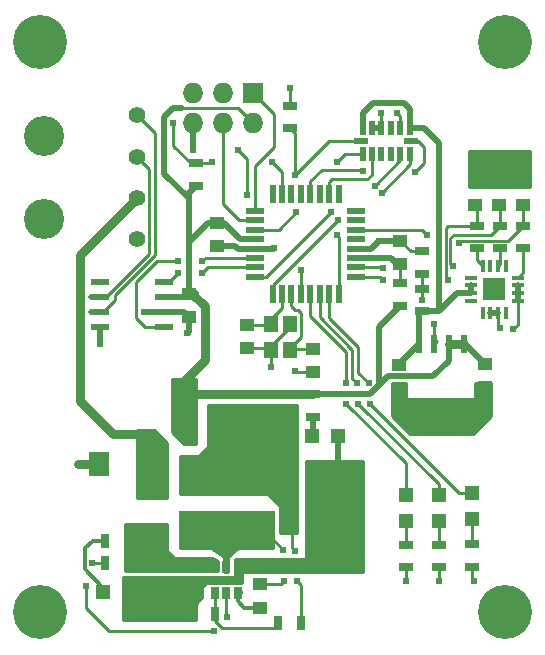
<source format=gbr>
G04 #@! TF.FileFunction,Copper,L1,Top,Signal*
%FSLAX46Y46*%
G04 Gerber Fmt 4.6, Leading zero omitted, Abs format (unit mm)*
G04 Created by KiCad (PCBNEW 4.0.7-e2-6376~58~ubuntu16.04.1) date Sun Sep  2 10:05:10 2018*
%MOMM*%
%LPD*%
G01*
G04 APERTURE LIST*
%ADD10C,0.100000*%
%ADD11C,4.572000*%
%ADD12C,1.397000*%
%ADD13C,3.400000*%
%ADD14R,0.558800X1.549400*%
%ADD15R,1.250000X1.000000*%
%ADD16R,1.000000X1.600000*%
%ADD17R,1.778000X2.159000*%
%ADD18R,1.200000X1.200000*%
%ADD19R,2.500000X0.900000*%
%ADD20R,1.600000X0.550000*%
%ADD21R,0.550000X1.600000*%
%ADD22R,8.200000X3.300000*%
%ADD23R,1.727200X1.727200*%
%ADD24O,1.727200X1.727200*%
%ADD25R,1.300000X0.700000*%
%ADD26R,0.700000X1.300000*%
%ADD27R,1.000000X3.200000*%
%ADD28R,0.650000X1.060000*%
%ADD29R,1.550000X0.600000*%
%ADD30R,1.145000X0.550000*%
%ADD31R,0.550000X1.145000*%
%ADD32R,1.000000X0.350000*%
%ADD33R,0.350000X1.000000*%
%ADD34R,1.950000X1.950000*%
%ADD35R,1.200000X1.400000*%
%ADD36C,0.609600*%
%ADD37C,0.508000*%
%ADD38C,0.254000*%
%ADD39C,0.762000*%
%ADD40C,0.700000*%
%ADD41C,0.600000*%
%ADD42C,0.300000*%
%ADD43C,0.800000*%
%ADD44C,0.500000*%
%ADD45C,0.250000*%
G04 APERTURE END LIST*
D10*
D11*
X85984100Y-116692500D03*
X46614100Y-116692500D03*
X85984100Y-68432500D03*
X46614100Y-68432500D03*
D12*
X54869100Y-85112500D03*
X54869100Y-74612500D03*
D13*
X46959100Y-76362500D03*
D12*
X54869100Y-81612500D03*
X54869100Y-78112500D03*
D13*
X46959100Y-83362500D03*
D14*
X82524600Y-93962800D03*
X81254600Y-93962800D03*
X79984600Y-93962800D03*
X78714600Y-93962800D03*
X78714600Y-99322200D03*
X79984600Y-99322200D03*
X81254600Y-99322200D03*
X82524600Y-99322200D03*
D15*
X77000100Y-95706000D03*
X77000100Y-97706000D03*
X84302600Y-97642500D03*
X84302600Y-95642500D03*
X59784000Y-112838000D03*
X59784000Y-114838000D03*
X57984000Y-112838000D03*
X57984000Y-114838000D03*
X56184000Y-112838000D03*
X56184000Y-114838000D03*
X65214500Y-116282500D03*
X65214500Y-114282500D03*
D16*
X67965000Y-109291000D03*
X70965000Y-109291000D03*
X67965000Y-107005000D03*
X70965000Y-107005000D03*
X67965000Y-104846000D03*
X70965000Y-104846000D03*
D15*
X59196000Y-89694000D03*
X59196000Y-91694000D03*
X61633100Y-83688500D03*
X61633100Y-85688500D03*
X77127100Y-87212500D03*
X77127100Y-85212500D03*
X83477100Y-82212000D03*
X83477100Y-80212000D03*
X85509100Y-82212000D03*
X85509100Y-80212000D03*
X87541100Y-82212000D03*
X87541100Y-80212000D03*
X69761100Y-94372500D03*
X69761100Y-96372500D03*
X64173100Y-92340500D03*
X64173100Y-94340500D03*
D17*
X51652000Y-104138000D03*
X55716000Y-104138000D03*
D18*
X51984000Y-114938000D03*
X54184000Y-114938000D03*
X77567100Y-106743900D03*
X77567100Y-108943900D03*
X80361100Y-106743900D03*
X80361100Y-108943900D03*
X83223100Y-106591500D03*
X83223100Y-108791500D03*
X69677100Y-101722500D03*
X71877100Y-101722500D03*
D19*
X56114500Y-109532500D03*
X56114500Y-106632500D03*
D20*
X64852000Y-82687000D03*
X64852000Y-83487000D03*
X64852000Y-84287000D03*
X64852000Y-85087000D03*
X64852000Y-85887000D03*
X64852000Y-86687000D03*
X64852000Y-87487000D03*
X64852000Y-88287000D03*
D21*
X66302000Y-89737000D03*
X67102000Y-89737000D03*
X67902000Y-89737000D03*
X68702000Y-89737000D03*
X69502000Y-89737000D03*
X70302000Y-89737000D03*
X71102000Y-89737000D03*
X71902000Y-89737000D03*
D20*
X73352000Y-88287000D03*
X73352000Y-87487000D03*
X73352000Y-86687000D03*
X73352000Y-85887000D03*
X73352000Y-85087000D03*
X73352000Y-84287000D03*
X73352000Y-83487000D03*
X73352000Y-82687000D03*
D21*
X71902000Y-81237000D03*
X71102000Y-81237000D03*
X70302000Y-81237000D03*
X69502000Y-81237000D03*
X68702000Y-81237000D03*
X67902000Y-81237000D03*
X67102000Y-81237000D03*
X66302000Y-81237000D03*
D22*
X62420500Y-109728500D03*
X62420500Y-105028500D03*
D23*
X64681100Y-72750500D03*
D24*
X64681100Y-75290500D03*
X62141100Y-72750500D03*
X62141100Y-75290500D03*
X59601100Y-72750500D03*
X59601100Y-75290500D03*
D25*
X78968600Y-91179000D03*
X78968600Y-89279000D03*
X78968600Y-88004000D03*
X78968600Y-86104000D03*
D26*
X54034000Y-110638000D03*
X52134000Y-110638000D03*
D25*
X77567100Y-110957900D03*
X77567100Y-112857900D03*
X80361100Y-110957900D03*
X80361100Y-112857900D03*
D26*
X54034000Y-112538000D03*
X52134000Y-112538000D03*
D25*
X83223100Y-110932500D03*
X83223100Y-112832500D03*
D26*
X61434000Y-116838000D03*
X59534000Y-116838000D03*
X68679100Y-117597500D03*
X66779100Y-117597500D03*
D27*
X59384000Y-100838000D03*
X65584000Y-100838000D03*
D25*
X69761100Y-98232500D03*
X69761100Y-100132500D03*
X77127100Y-90734500D03*
X77127100Y-88834500D03*
X59822100Y-80558500D03*
X59822100Y-78658500D03*
D28*
X63345100Y-112882500D03*
X62395100Y-112882500D03*
X61445100Y-112882500D03*
X61445100Y-115082500D03*
X63345100Y-115082500D03*
X62395100Y-115082500D03*
D29*
X57094100Y-92562500D03*
X57094100Y-91292500D03*
X57094100Y-90022500D03*
X57094100Y-88752500D03*
X51694100Y-88752500D03*
X51694100Y-90022500D03*
X51694100Y-91292500D03*
X51694100Y-92562500D03*
D30*
X73823100Y-76767000D03*
X78018100Y-76767000D03*
D31*
X75520600Y-77864500D03*
X76320600Y-77864500D03*
X75520600Y-75669500D03*
X76320600Y-75669500D03*
X74720600Y-77864500D03*
X73920600Y-77864500D03*
X77120600Y-77864500D03*
X77920600Y-77864500D03*
X77120600Y-75669500D03*
X74720600Y-75669500D03*
X77920600Y-75669500D03*
X73920600Y-75669500D03*
D32*
X83064600Y-89015000D03*
X83064600Y-89665000D03*
X83064600Y-88365000D03*
X83064600Y-90315000D03*
X87064600Y-90315000D03*
X87064600Y-88365000D03*
X87064600Y-89665000D03*
X87064600Y-89015000D03*
D33*
X85389600Y-87340000D03*
X84739600Y-87340000D03*
X86039600Y-87340000D03*
X84089600Y-87340000D03*
D34*
X85064600Y-89340000D03*
D33*
X85389600Y-91340000D03*
X84739600Y-91340000D03*
X86039600Y-91340000D03*
X84089600Y-91340000D03*
D35*
X67767100Y-94440500D03*
X67767100Y-92240500D03*
X66167100Y-92240500D03*
X66167100Y-94440500D03*
D25*
X83604100Y-85845000D03*
X83604100Y-83945000D03*
X85572600Y-85845000D03*
X85572600Y-83945000D03*
X87541100Y-85845000D03*
X87541100Y-83945000D03*
X67792600Y-73785000D03*
X67792600Y-75685000D03*
D36*
X86677500Y-92710000D03*
X85598000Y-92646500D03*
X75311000Y-85217000D03*
X66459100Y-85847500D03*
X87350600Y-77846500D03*
X85826600Y-78862500D03*
X84937600Y-77910000D03*
X83667600Y-78862500D03*
X83858100Y-99690500D03*
X76873100Y-74417500D03*
X75476100Y-74417500D03*
X82143600Y-101024000D03*
X77190600Y-99627000D03*
X78397100Y-101024000D03*
X80429100Y-101024000D03*
X83350100Y-114041500D03*
X80429100Y-114041500D03*
X77635100Y-114041500D03*
X68237100Y-96261500D03*
X66205100Y-95880500D03*
X59093100Y-93070500D03*
X59601100Y-77576500D03*
X57823100Y-116184500D03*
X56553100Y-116946500D03*
X55537100Y-116184500D03*
X54267100Y-116946500D03*
X72301100Y-109580500D03*
X73190100Y-108564500D03*
X72301100Y-107675500D03*
X73190100Y-106786500D03*
X72301100Y-105897500D03*
X73190100Y-104881500D03*
X55410100Y-91292500D03*
X51727100Y-93959500D03*
X49798000Y-104156000D03*
X67792600Y-72322000D03*
X67221100Y-111409300D03*
X67271900Y-114000100D03*
X68237100Y-111501500D03*
X68364100Y-114041500D03*
X81191100Y-88514500D03*
X75666600Y-88578000D03*
X81572100Y-87371500D03*
X75666600Y-87498500D03*
X82080100Y-85403000D03*
X79413100Y-84704500D03*
X72555100Y-97277500D03*
X72555100Y-99055500D03*
X73444100Y-97277500D03*
X73571100Y-99055500D03*
X74460100Y-97277500D03*
X74587100Y-99055500D03*
X74968100Y-80577000D03*
X71221600Y-82799500D03*
X71856600Y-83434500D03*
X75539600Y-81148500D03*
X68237100Y-79624500D03*
X68300600Y-82799500D03*
X58331100Y-86974500D03*
X60363100Y-86974500D03*
X58331100Y-87990500D03*
X60363100Y-87990500D03*
X73952100Y-79307000D03*
X78333600Y-79370500D03*
X71793100Y-84768000D03*
X71793100Y-78545000D03*
X57917100Y-75290500D03*
X61219100Y-78592500D03*
X66299100Y-78592500D03*
X78994000Y-90233500D03*
X80010000Y-92265500D03*
X62484000Y-117094000D03*
X61341000Y-118237000D03*
X50546000Y-114427000D03*
X51054000Y-112522000D03*
X63411100Y-77576500D03*
X64173100Y-81386500D03*
X68745100Y-87736500D03*
D37*
X78968600Y-91179000D02*
X80431600Y-91179000D01*
X80431600Y-91179000D02*
X80429100Y-91176500D01*
X79141100Y-75669500D02*
X77920600Y-75669500D01*
X80429100Y-76957500D02*
X79141100Y-75669500D01*
X80429100Y-91176500D02*
X80429100Y-76957500D01*
X81945600Y-89665000D02*
X83064600Y-89665000D01*
X80431600Y-91179000D02*
X81945600Y-89665000D01*
X78714600Y-93962800D02*
X78714600Y-91433000D01*
X78714600Y-91433000D02*
X78968600Y-91179000D01*
X83064600Y-89665000D02*
X83064600Y-89015000D01*
X73920600Y-75669500D02*
X73920600Y-74449000D01*
X77920600Y-74068000D02*
X77920600Y-75669500D01*
X77444600Y-73592000D02*
X77920600Y-74068000D01*
X74777600Y-73592000D02*
X77444600Y-73592000D01*
X73920600Y-74449000D02*
X74777600Y-73592000D01*
X77000100Y-95706000D02*
X77000100Y-95677300D01*
X77000100Y-95677300D02*
X78714600Y-93962800D01*
D38*
X87064600Y-90315000D02*
X87064600Y-92322900D01*
X87064600Y-92322900D02*
X86677500Y-92710000D01*
D37*
X87064600Y-89015000D02*
X87064600Y-90315000D01*
X87064600Y-89015000D02*
X87064600Y-89665000D01*
X84739600Y-91340000D02*
X85389600Y-91340000D01*
D38*
X85389600Y-91340000D02*
X85389600Y-92438100D01*
X85389600Y-92438100D02*
X85598000Y-92646500D01*
D37*
X77127100Y-85212500D02*
X75315500Y-85212500D01*
X74641000Y-85887000D02*
X75311000Y-85217000D01*
X74641000Y-85887000D02*
X73352000Y-85887000D01*
X75315500Y-85212500D02*
X75311000Y-85217000D01*
X64852000Y-85887000D02*
X66419600Y-85887000D01*
X66419600Y-85887000D02*
X66459100Y-85847500D01*
D38*
X83477100Y-80212000D02*
X83477100Y-79053000D01*
X87541100Y-78037000D02*
X87541100Y-80212000D01*
X87350600Y-77846500D02*
X87541100Y-78037000D01*
X85826600Y-78799000D02*
X85826600Y-78862500D01*
X84937600Y-77910000D02*
X85826600Y-78799000D01*
X83477100Y-79053000D02*
X83667600Y-78862500D01*
X78968600Y-86104000D02*
X78018600Y-86104000D01*
X78018600Y-86104000D02*
X77127100Y-85212500D01*
D37*
X82524600Y-99322200D02*
X83489800Y-99322200D01*
X83489800Y-99322200D02*
X83858100Y-99690500D01*
D38*
X77120600Y-75669500D02*
X77120600Y-74665000D01*
X77120600Y-74665000D02*
X76873100Y-74417500D01*
X75520600Y-75669500D02*
X75520600Y-74462000D01*
X75520600Y-74462000D02*
X75476100Y-74417500D01*
D37*
X74720600Y-75669500D02*
X75520600Y-75669500D01*
D38*
X82524600Y-100643000D02*
X82143600Y-101024000D01*
X82524600Y-99322200D02*
X82524600Y-100643000D01*
X80429100Y-101024000D02*
X78397100Y-101024000D01*
D37*
X84366100Y-97642500D02*
X84204300Y-97642500D01*
X77000100Y-97706000D02*
X77098400Y-97706000D01*
D38*
X83223100Y-112832500D02*
X83223100Y-113914500D01*
X83223100Y-113914500D02*
X83350100Y-114041500D01*
X80361100Y-112857900D02*
X80361100Y-113973500D01*
X80361100Y-113973500D02*
X80429100Y-114041500D01*
X77567100Y-112857900D02*
X77567100Y-113973500D01*
X77567100Y-113973500D02*
X77635100Y-114041500D01*
X80386500Y-112832500D02*
X80361100Y-112857900D01*
X69761100Y-96372500D02*
X68348100Y-96372500D01*
X68348100Y-96372500D02*
X68237100Y-96261500D01*
D37*
X71877100Y-101722500D02*
X71877100Y-103933900D01*
X71877100Y-103933900D02*
X70965000Y-104846000D01*
D38*
X66167100Y-94440500D02*
X66167100Y-95842500D01*
X66167100Y-95842500D02*
X66205100Y-95880500D01*
X64173100Y-94340500D02*
X66067100Y-94340500D01*
X66067100Y-94340500D02*
X66167100Y-94440500D01*
X67767100Y-92240500D02*
X67767100Y-92540500D01*
X67767100Y-92540500D02*
X66167100Y-94140500D01*
X66167100Y-94140500D02*
X66167100Y-94440500D01*
D37*
X59196000Y-91694000D02*
X59196000Y-92967600D01*
X59196000Y-92967600D02*
X59093100Y-93070500D01*
X61633100Y-85688500D02*
X63141100Y-85688500D01*
X63339600Y-85887000D02*
X64852000Y-85887000D01*
X63141100Y-85688500D02*
X63339600Y-85887000D01*
X59601100Y-75290500D02*
X59601100Y-77576500D01*
D38*
X54184000Y-114938000D02*
X54184000Y-116863400D01*
X56299100Y-116946500D02*
X56553100Y-116946500D01*
X55537100Y-116184500D02*
X56299100Y-116946500D01*
X54184000Y-116863400D02*
X54267100Y-116946500D01*
X70965000Y-104846000D02*
X73154600Y-104846000D01*
X72301100Y-109580500D02*
X73190100Y-110469500D01*
X72301100Y-107675500D02*
X73190100Y-108564500D01*
X72301100Y-105897500D02*
X73190100Y-106786500D01*
X73154600Y-104846000D02*
X73190100Y-104881500D01*
D37*
X57094100Y-91292500D02*
X55410100Y-91292500D01*
X51694100Y-92562500D02*
X51694100Y-93926500D01*
X51694100Y-93926500D02*
X51727100Y-93959500D01*
X57094100Y-91292500D02*
X58794500Y-91292500D01*
X58794500Y-91292500D02*
X59196000Y-91694000D01*
D39*
X51652000Y-104138000D02*
X49816000Y-104138000D01*
X49816000Y-104138000D02*
X49798000Y-104156000D01*
D38*
X58552100Y-74020500D02*
X63411100Y-74020500D01*
X63411100Y-74020500D02*
X64681100Y-75290500D01*
D37*
X59196000Y-82275500D02*
X59196000Y-81649400D01*
X57917100Y-74020500D02*
X58552100Y-74020500D01*
X58552100Y-74020500D02*
X58679100Y-74020500D01*
X57155100Y-74782500D02*
X57917100Y-74020500D01*
X57155100Y-79608500D02*
X57155100Y-74782500D01*
X59196000Y-81649400D02*
X57155100Y-79608500D01*
X59196000Y-85347600D02*
X59196000Y-82275500D01*
X59196000Y-82275500D02*
X59196000Y-81184600D01*
X59196000Y-81184600D02*
X59822100Y-80558500D01*
D38*
X67792600Y-72322000D02*
X67792600Y-73785000D01*
D37*
X82524600Y-93962800D02*
X82622900Y-93962800D01*
X82622900Y-93962800D02*
X84302600Y-95642500D01*
X82524600Y-93962800D02*
X82686400Y-93962800D01*
X74206100Y-98232500D02*
X74584600Y-98232500D01*
X74584600Y-98232500D02*
X75349100Y-97468000D01*
X75349100Y-92512500D02*
X77127100Y-90734500D01*
X75349100Y-97468000D02*
X75349100Y-92512500D01*
X69761100Y-98232500D02*
X74206100Y-98232500D01*
X81254600Y-95372500D02*
X81254600Y-93962800D01*
X79921100Y-96706000D02*
X81254600Y-95372500D01*
X76111100Y-96706000D02*
X79921100Y-96706000D01*
X74584600Y-98232500D02*
X76111100Y-96706000D01*
D39*
X81254600Y-93962800D02*
X82524600Y-93962800D01*
X69761100Y-98232500D02*
X59159100Y-98232500D01*
X59159100Y-98232500D02*
X59093100Y-98166500D01*
X59196000Y-89694000D02*
X59526600Y-89694000D01*
X59526600Y-89694000D02*
X60617100Y-90784500D01*
X60617100Y-95356500D02*
X58331100Y-97642500D01*
X60617100Y-90784500D02*
X60617100Y-95356500D01*
D40*
X59196000Y-89694000D02*
X59780600Y-89694000D01*
D37*
X61633100Y-83688500D02*
X62157100Y-83688500D01*
X62157100Y-83688500D02*
X63555600Y-85087000D01*
X63555600Y-85087000D02*
X64852000Y-85087000D01*
X61633100Y-83688500D02*
X60855100Y-83688500D01*
X60855100Y-83688500D02*
X59196000Y-85347600D01*
X59196000Y-85347600D02*
X59196000Y-89694000D01*
D39*
X59314500Y-89575500D02*
X59196000Y-89694000D01*
D37*
X57094100Y-90022500D02*
X58867500Y-90022500D01*
X58867500Y-90022500D02*
X59196000Y-89694000D01*
D41*
X59645100Y-112882500D02*
X59595100Y-112932500D01*
D42*
X63345100Y-115082500D02*
X63345100Y-115713100D01*
X63914500Y-116282500D02*
X65214500Y-116282500D01*
X63345100Y-115713100D02*
X63914500Y-116282500D01*
D41*
X63445100Y-114982500D02*
X63345100Y-115082500D01*
D38*
X65214500Y-114282500D02*
X66989500Y-114282500D01*
X67221100Y-111409300D02*
X65540300Y-109728500D01*
X66989500Y-114282500D02*
X67271900Y-114000100D01*
X65540300Y-109728500D02*
X62420500Y-109728500D01*
X65911500Y-109728500D02*
X62420500Y-109728500D01*
D43*
X62395100Y-109753900D02*
X62420500Y-109728500D01*
D40*
X62395100Y-109753900D02*
X62420500Y-109728500D01*
D41*
X62395100Y-109753900D02*
X62420500Y-109728500D01*
D44*
X62395100Y-109753900D02*
X62420500Y-109728500D01*
D45*
X62395100Y-109753900D02*
X62420500Y-109728500D01*
X62395100Y-109753900D02*
X62420500Y-109728500D01*
D40*
X62395100Y-109753900D02*
X62420500Y-109728500D01*
D41*
X62395100Y-109753900D02*
X62420500Y-109728500D01*
D45*
X62395100Y-109753900D02*
X62420500Y-109728500D01*
D38*
X68679100Y-117597500D02*
X68679100Y-114356500D01*
X67965000Y-111229400D02*
X67965000Y-109291000D01*
X68237100Y-111501500D02*
X67965000Y-111229400D01*
X68679100Y-114356500D02*
X68364100Y-114041500D01*
D43*
X62603000Y-104846000D02*
X62420500Y-105028500D01*
X65988500Y-105028500D02*
X62420500Y-105028500D01*
D42*
X67965000Y-109933000D02*
X67965000Y-109291000D01*
D38*
X77127100Y-88834500D02*
X77127100Y-87212500D01*
D37*
X77127100Y-87212500D02*
X76857100Y-87212500D01*
X76857100Y-87212500D02*
X76331600Y-86687000D01*
X76331600Y-86687000D02*
X73352000Y-86687000D01*
D38*
X83604100Y-83945000D02*
X83604100Y-82339000D01*
X83604100Y-82339000D02*
X83477100Y-82212000D01*
X82715100Y-83945000D02*
X83604100Y-83945000D01*
X73352000Y-88287000D02*
X75375600Y-88287000D01*
X81188600Y-83945000D02*
X82715100Y-83945000D01*
X82715100Y-83945000D02*
X83032600Y-83945000D01*
X80962502Y-84171098D02*
X81188600Y-83945000D01*
X80962502Y-88285902D02*
X80962502Y-84171098D01*
X81191100Y-88514500D02*
X80962502Y-88285902D01*
X75375600Y-88287000D02*
X75666600Y-88578000D01*
X85572600Y-83945000D02*
X85572600Y-84005998D01*
X85572600Y-84005998D02*
X84806098Y-84772500D01*
X84806098Y-84772500D02*
X81631100Y-84772500D01*
X85572600Y-83945000D02*
X85572600Y-82275500D01*
X85572600Y-82275500D02*
X85509100Y-82212000D01*
X85415100Y-84102500D02*
X85572600Y-83945000D01*
X73352000Y-87487000D02*
X75655100Y-87487000D01*
X81368904Y-85034696D02*
X81631100Y-84772500D01*
X81368904Y-87168304D02*
X81368904Y-85034696D01*
X81572100Y-87371500D02*
X81368904Y-87168304D01*
X75655100Y-87487000D02*
X75666600Y-87498500D01*
X87541100Y-83945000D02*
X87541100Y-82212000D01*
X85572600Y-85212500D02*
X86273600Y-85212500D01*
X86273600Y-85212500D02*
X87541100Y-83945000D01*
X73352000Y-84287000D02*
X78995600Y-84287000D01*
X82270600Y-85212500D02*
X85572600Y-85212500D01*
X82080100Y-85403000D02*
X82270600Y-85212500D01*
X78995600Y-84287000D02*
X79413100Y-84704500D01*
X69761100Y-94372500D02*
X67835100Y-94372500D01*
X67835100Y-94372500D02*
X67767100Y-94440500D01*
X69575100Y-94440500D02*
X69761100Y-94626500D01*
X67767100Y-94440500D02*
X67767100Y-94318500D01*
X67767100Y-94318500D02*
X68745100Y-93340500D01*
X68745100Y-93340500D02*
X68745100Y-91308500D01*
X68745100Y-91308500D02*
X68491100Y-91054500D01*
X68491100Y-91054500D02*
X68237100Y-91054500D01*
X68237100Y-91054500D02*
X67902000Y-90719400D01*
X67902000Y-90719400D02*
X67902000Y-89737000D01*
X64173100Y-92340500D02*
X66067100Y-92340500D01*
X66067100Y-92340500D02*
X66167100Y-92240500D01*
X66167100Y-92240500D02*
X66167100Y-91854500D01*
X66167100Y-91854500D02*
X67102000Y-90919600D01*
X67102000Y-90919600D02*
X67102000Y-89737000D01*
X66167100Y-91986500D02*
X66167100Y-91854500D01*
D39*
X55123100Y-101579500D02*
X52837100Y-101579500D01*
X50043100Y-86438500D02*
X54869100Y-81612500D01*
X50043100Y-98785500D02*
X50043100Y-86438500D01*
X52837100Y-101579500D02*
X50043100Y-98785500D01*
D42*
X51984000Y-114938000D02*
X51984000Y-114597000D01*
X51984000Y-114597000D02*
X50433000Y-113046000D01*
X51063000Y-110638000D02*
X52134000Y-110638000D01*
X50433000Y-111268000D02*
X51063000Y-110638000D01*
X50433000Y-113046000D02*
X50433000Y-111268000D01*
D38*
X51984000Y-114938000D02*
X51984000Y-114724000D01*
X77567100Y-106743900D02*
X77567100Y-104067500D01*
X69502000Y-91557400D02*
X69502000Y-89737000D01*
X72555100Y-94610500D02*
X69502000Y-91557400D01*
X72555100Y-97277500D02*
X72555100Y-94610500D01*
X77567100Y-104067500D02*
X72555100Y-99055500D01*
X77567100Y-108943900D02*
X77567100Y-110957900D01*
X80361100Y-106743900D02*
X80361100Y-105845500D01*
X70302000Y-91722400D02*
X70302000Y-89737000D01*
X73063100Y-94483500D02*
X70302000Y-91722400D01*
X73063100Y-96896500D02*
X73063100Y-94483500D01*
X73444100Y-97277500D02*
X73063100Y-96896500D01*
X80361100Y-105845500D02*
X73571100Y-99055500D01*
X80361100Y-108943900D02*
X80361100Y-110957900D01*
X83223100Y-106591500D02*
X82123100Y-106591500D01*
X71102000Y-91760400D02*
X71102000Y-89737000D01*
X73571100Y-94229500D02*
X71102000Y-91760400D01*
X73571100Y-96388500D02*
X73571100Y-94229500D01*
X74460100Y-97277500D02*
X73571100Y-96388500D01*
X82123100Y-106591500D02*
X74587100Y-99055500D01*
X83223100Y-108791500D02*
X83223100Y-110932500D01*
D37*
X69761100Y-100132500D02*
X69761100Y-101638500D01*
X69761100Y-101638500D02*
X69677100Y-101722500D01*
D38*
X77120600Y-77864500D02*
X77120600Y-78424500D01*
X77120600Y-78424500D02*
X74968100Y-80577000D01*
X71221600Y-82799500D02*
X65734100Y-88287000D01*
X65734100Y-88287000D02*
X64852000Y-88287000D01*
X77920600Y-77864500D02*
X77920600Y-78767500D01*
X71856600Y-83434500D02*
X66302000Y-88989100D01*
X77920600Y-78767500D02*
X75539600Y-81148500D01*
X66302000Y-88989100D02*
X66302000Y-89737000D01*
X68237100Y-79624500D02*
X68237100Y-76129500D01*
X68237100Y-76129500D02*
X67792600Y-75685000D01*
X64852000Y-84287000D02*
X66813100Y-84287000D01*
X71094600Y-76767000D02*
X73823100Y-76767000D01*
X68237100Y-79624500D02*
X71094600Y-76767000D01*
X66813100Y-84287000D02*
X68300600Y-82799500D01*
X64852000Y-86687000D02*
X60650600Y-86687000D01*
X55537100Y-92562500D02*
X57094100Y-92562500D01*
X54775100Y-91800500D02*
X55537100Y-92562500D01*
X54775100Y-88752500D02*
X54775100Y-91800500D01*
X56553100Y-86974500D02*
X54775100Y-88752500D01*
X58331100Y-86974500D02*
X56553100Y-86974500D01*
X60650600Y-86687000D02*
X60363100Y-86974500D01*
X64852000Y-87487000D02*
X60866600Y-87487000D01*
X58331100Y-87990500D02*
X57569100Y-88752500D01*
X60866600Y-87487000D02*
X60363100Y-87990500D01*
X57569100Y-88752500D02*
X57094100Y-88752500D01*
X78018100Y-76767000D02*
X78587600Y-76767000D01*
X78587600Y-76767000D02*
X79095600Y-77275000D01*
X69502000Y-80201100D02*
X69502000Y-81237000D01*
X70459600Y-79243500D02*
X69502000Y-80201100D01*
X73888600Y-79243500D02*
X70459600Y-79243500D01*
X73952100Y-79307000D02*
X73888600Y-79243500D01*
X79095600Y-78608500D02*
X78333600Y-79370500D01*
X79095600Y-77275000D02*
X79095600Y-78608500D01*
X78018100Y-76767000D02*
X78333600Y-76767000D01*
X73920600Y-77864500D02*
X72473600Y-77864500D01*
X71902000Y-84876900D02*
X71902000Y-89737000D01*
X71793100Y-84768000D02*
X71902000Y-84876900D01*
X72473600Y-77864500D02*
X71793100Y-78545000D01*
X74720600Y-77864500D02*
X74720600Y-79618000D01*
X71102000Y-80252100D02*
X71102000Y-81237000D01*
X71348600Y-80005500D02*
X71102000Y-80252100D01*
X74333100Y-80005500D02*
X71348600Y-80005500D01*
X74720600Y-79618000D02*
X74333100Y-80005500D01*
X59822100Y-78658500D02*
X59380100Y-78658500D01*
X59380100Y-78658500D02*
X57917100Y-77195500D01*
X57917100Y-77195500D02*
X57917100Y-75290500D01*
X67102000Y-81237000D02*
X67102000Y-79395400D01*
X61153100Y-78658500D02*
X59822100Y-78658500D01*
X61219100Y-78592500D02*
X61153100Y-78658500D01*
X67102000Y-79395400D02*
X66299100Y-78592500D01*
X79984600Y-93962800D02*
X79984600Y-92290900D01*
X78968600Y-90208100D02*
X78968600Y-89279000D01*
X78994000Y-90233500D02*
X78968600Y-90208100D01*
X79984600Y-92290900D02*
X80010000Y-92265500D01*
X78968600Y-88004000D02*
X78968600Y-89279000D01*
X79984600Y-93467500D02*
X79984600Y-93962800D01*
X80238600Y-93708800D02*
X79984600Y-93962800D01*
X52134000Y-112538000D02*
X51070000Y-112538000D01*
X62395100Y-117005100D02*
X62395100Y-115082500D01*
X62484000Y-117094000D02*
X62395100Y-117005100D01*
X52451000Y-118237000D02*
X61341000Y-118237000D01*
X50546000Y-116332000D02*
X52451000Y-118237000D01*
X50546000Y-114427000D02*
X50546000Y-116332000D01*
X51070000Y-112538000D02*
X51054000Y-112522000D01*
X61434000Y-116838000D02*
X61434000Y-117398400D01*
X61434000Y-117398400D02*
X62014100Y-117978500D01*
X66398100Y-117978500D02*
X66779100Y-117597500D01*
X62014100Y-117978500D02*
X66398100Y-117978500D01*
X61434000Y-116838000D02*
X61434000Y-115093600D01*
X61434000Y-115093600D02*
X61445100Y-115082500D01*
X61434000Y-116838000D02*
X61530000Y-116838000D01*
X51694100Y-90022500D02*
X52202100Y-90022500D01*
X52202100Y-90022500D02*
X55885100Y-86339500D01*
X55885100Y-79128500D02*
X54869100Y-78112500D01*
X55885100Y-86339500D02*
X55885100Y-79128500D01*
D37*
X51694100Y-90022500D02*
X50932100Y-90022500D01*
D38*
X51694100Y-91292500D02*
X51948100Y-91292500D01*
X51948100Y-91292500D02*
X52997470Y-90243130D01*
X56393100Y-76136500D02*
X54869100Y-74612500D01*
X56393100Y-86466500D02*
X56393100Y-76136500D01*
X52997470Y-89862130D02*
X56393100Y-86466500D01*
X52997470Y-90243130D02*
X52997470Y-89862130D01*
D37*
X51694100Y-91292500D02*
X50932100Y-91292500D01*
D38*
X87541100Y-85845000D02*
X87541100Y-87888500D01*
X87541100Y-87888500D02*
X87064600Y-88365000D01*
X85572600Y-85845000D02*
X85572600Y-87157000D01*
X85572600Y-87157000D02*
X85389600Y-87340000D01*
X83604100Y-85845000D02*
X83604100Y-86854500D01*
X83604100Y-86854500D02*
X84089600Y-87340000D01*
X64852000Y-82687000D02*
X64852000Y-78929600D01*
X66459100Y-74528500D02*
X64681100Y-72750500D01*
X66459100Y-77322500D02*
X66459100Y-74528500D01*
X64852000Y-78929600D02*
X66459100Y-77322500D01*
X64852000Y-83487000D02*
X63479600Y-83487000D01*
X62141100Y-82148500D02*
X62141100Y-75290500D01*
X63479600Y-83487000D02*
X62141100Y-82148500D01*
X63411100Y-77576500D02*
X64173100Y-78338500D01*
X64173100Y-78338500D02*
X64173100Y-81386500D01*
X68745100Y-87736500D02*
X68702000Y-87779600D01*
X68702000Y-87779600D02*
X68702000Y-89737000D01*
G36*
X59857000Y-102411000D02*
X58836606Y-102411000D01*
X57811000Y-101385394D01*
X57811000Y-96965000D01*
X59857000Y-96965000D01*
X59857000Y-102411000D01*
X59857000Y-102411000D01*
G37*
X59857000Y-102411000D02*
X58836606Y-102411000D01*
X57811000Y-101385394D01*
X57811000Y-96965000D01*
X59857000Y-96965000D01*
X59857000Y-102411000D01*
G36*
X57357000Y-102390606D02*
X57357000Y-107011000D01*
X54811000Y-107011000D01*
X54811000Y-101265000D01*
X56231394Y-101265000D01*
X57357000Y-102390606D01*
X57357000Y-102390606D01*
G37*
X57357000Y-102390606D02*
X57357000Y-107011000D01*
X54811000Y-107011000D01*
X54811000Y-101265000D01*
X56231394Y-101265000D01*
X57357000Y-102390606D01*
G36*
X57357000Y-111388000D02*
X57367006Y-111437410D01*
X57394197Y-111477803D01*
X57944197Y-112027803D01*
X57986211Y-112055666D01*
X58034000Y-112065000D01*
X61201615Y-112065000D01*
X61657000Y-112313392D01*
X61657000Y-113211000D01*
X53811000Y-113211000D01*
X53811000Y-109215000D01*
X57357000Y-109215000D01*
X57357000Y-111388000D01*
X57357000Y-111388000D01*
G37*
X57357000Y-111388000D02*
X57367006Y-111437410D01*
X57394197Y-111477803D01*
X57944197Y-112027803D01*
X57986211Y-112055666D01*
X58034000Y-112065000D01*
X61201615Y-112065000D01*
X61657000Y-112313392D01*
X61657000Y-113211000D01*
X53811000Y-113211000D01*
X53811000Y-109215000D01*
X57357000Y-109215000D01*
X57357000Y-111388000D01*
G36*
X73928000Y-113300000D02*
X63818800Y-113300000D01*
X63769390Y-113310006D01*
X63727765Y-113338447D01*
X63700485Y-113380841D01*
X63691800Y-113427000D01*
X63691800Y-114189000D01*
X60694600Y-114189000D01*
X60645190Y-114199006D01*
X60603565Y-114227447D01*
X60587770Y-114247324D01*
X60359170Y-114602924D01*
X60339000Y-114671600D01*
X60339000Y-115406394D01*
X59868197Y-115877197D01*
X59840334Y-115919211D01*
X59831000Y-115967000D01*
X59831000Y-117364000D01*
X53608000Y-117364000D01*
X53608000Y-113706400D01*
X63006000Y-113706400D01*
X63055410Y-113696394D01*
X63097035Y-113667953D01*
X63124315Y-113625559D01*
X63133000Y-113579400D01*
X63133000Y-112157000D01*
X68999100Y-112157000D01*
X69048510Y-112146994D01*
X69090135Y-112118553D01*
X69117415Y-112076159D01*
X69126100Y-112030000D01*
X69126100Y-103916300D01*
X70372000Y-103916300D01*
X70421410Y-103906294D01*
X70427695Y-103902000D01*
X73928000Y-103902000D01*
X73928000Y-113300000D01*
X73928000Y-113300000D01*
G37*
X73928000Y-113300000D02*
X63818800Y-113300000D01*
X63769390Y-113310006D01*
X63727765Y-113338447D01*
X63700485Y-113380841D01*
X63691800Y-113427000D01*
X63691800Y-114189000D01*
X60694600Y-114189000D01*
X60645190Y-114199006D01*
X60603565Y-114227447D01*
X60587770Y-114247324D01*
X60359170Y-114602924D01*
X60339000Y-114671600D01*
X60339000Y-115406394D01*
X59868197Y-115877197D01*
X59840334Y-115919211D01*
X59831000Y-115967000D01*
X59831000Y-117364000D01*
X53608000Y-117364000D01*
X53608000Y-113706400D01*
X63006000Y-113706400D01*
X63055410Y-113696394D01*
X63097035Y-113667953D01*
X63124315Y-113625559D01*
X63133000Y-113579400D01*
X63133000Y-112157000D01*
X68999100Y-112157000D01*
X69048510Y-112146994D01*
X69090135Y-112118553D01*
X69117415Y-112076159D01*
X69126100Y-112030000D01*
X69126100Y-103916300D01*
X70372000Y-103916300D01*
X70421410Y-103906294D01*
X70427695Y-103902000D01*
X73928000Y-103902000D01*
X73928000Y-113300000D01*
G36*
X66382900Y-111231500D02*
X63461900Y-111231500D01*
X63412490Y-111241506D01*
X63378724Y-111262527D01*
X62629724Y-111911660D01*
X62627082Y-111914015D01*
X62602682Y-111936382D01*
X62573021Y-111977146D01*
X62561500Y-112030000D01*
X62561500Y-113236500D01*
X62180500Y-113236500D01*
X62180500Y-112030000D01*
X62170494Y-111980590D01*
X62122493Y-111923375D01*
X61084720Y-111251875D01*
X61015727Y-111231500D01*
X58458100Y-111231500D01*
X58458100Y-108234300D01*
X66382900Y-108234300D01*
X66382900Y-111231500D01*
X66382900Y-111231500D01*
G37*
X66382900Y-111231500D02*
X63461900Y-111231500D01*
X63412490Y-111241506D01*
X63378724Y-111262527D01*
X62629724Y-111911660D01*
X62627082Y-111914015D01*
X62602682Y-111936382D01*
X62573021Y-111977146D01*
X62561500Y-112030000D01*
X62561500Y-113236500D01*
X62180500Y-113236500D01*
X62180500Y-112030000D01*
X62170494Y-111980590D01*
X62122493Y-111923375D01*
X61084720Y-111251875D01*
X61015727Y-111231500D01*
X58458100Y-111231500D01*
X58458100Y-108234300D01*
X66382900Y-108234300D01*
X66382900Y-111231500D01*
G36*
X68364100Y-109961500D02*
X66967100Y-109961500D01*
X66967100Y-107802500D01*
X66957094Y-107753090D01*
X66929903Y-107712697D01*
X65913903Y-106696697D01*
X65871889Y-106668834D01*
X65824100Y-106659500D01*
X58458100Y-106659500D01*
X58458100Y-103484500D01*
X59982100Y-103484500D01*
X60031510Y-103474494D01*
X60071903Y-103447303D01*
X60833903Y-102685303D01*
X60861766Y-102643289D01*
X60871100Y-102595500D01*
X60871100Y-99166500D01*
X68364100Y-99166500D01*
X68364100Y-109961500D01*
X68364100Y-109961500D01*
G37*
X68364100Y-109961500D02*
X66967100Y-109961500D01*
X66967100Y-107802500D01*
X66957094Y-107753090D01*
X66929903Y-107712697D01*
X65913903Y-106696697D01*
X65871889Y-106668834D01*
X65824100Y-106659500D01*
X58458100Y-106659500D01*
X58458100Y-103484500D01*
X59982100Y-103484500D01*
X60031510Y-103474494D01*
X60071903Y-103447303D01*
X60833903Y-102685303D01*
X60861766Y-102643289D01*
X60871100Y-102595500D01*
X60871100Y-99166500D01*
X68364100Y-99166500D01*
X68364100Y-109961500D01*
G36*
X77571600Y-98484000D02*
X77581606Y-98533410D01*
X77610047Y-98575035D01*
X77652441Y-98602315D01*
X77698600Y-98611000D01*
X83286600Y-98611000D01*
X83336010Y-98600994D01*
X83377635Y-98572553D01*
X83404915Y-98530159D01*
X83413600Y-98484000D01*
X83413600Y-97277500D01*
X84810600Y-97277500D01*
X84810600Y-100082394D01*
X83297494Y-101595500D01*
X77941706Y-101595500D01*
X76428600Y-100082394D01*
X76428600Y-97277500D01*
X77571600Y-97277500D01*
X77571600Y-98484000D01*
X77571600Y-98484000D01*
G37*
X77571600Y-98484000D02*
X77581606Y-98533410D01*
X77610047Y-98575035D01*
X77652441Y-98602315D01*
X77698600Y-98611000D01*
X83286600Y-98611000D01*
X83336010Y-98600994D01*
X83377635Y-98572553D01*
X83404915Y-98530159D01*
X83413600Y-98484000D01*
X83413600Y-97277500D01*
X84810600Y-97277500D01*
X84810600Y-100082394D01*
X83297494Y-101595500D01*
X77941706Y-101595500D01*
X76428600Y-100082394D01*
X76428600Y-97277500D01*
X77571600Y-97277500D01*
X77571600Y-98484000D01*
G36*
X88112600Y-80640500D02*
X82905600Y-80640500D01*
X82905600Y-77592500D01*
X88112600Y-77592500D01*
X88112600Y-80640500D01*
X88112600Y-80640500D01*
G37*
X88112600Y-80640500D02*
X82905600Y-80640500D01*
X82905600Y-77592500D01*
X88112600Y-77592500D01*
X88112600Y-80640500D01*
M02*

</source>
